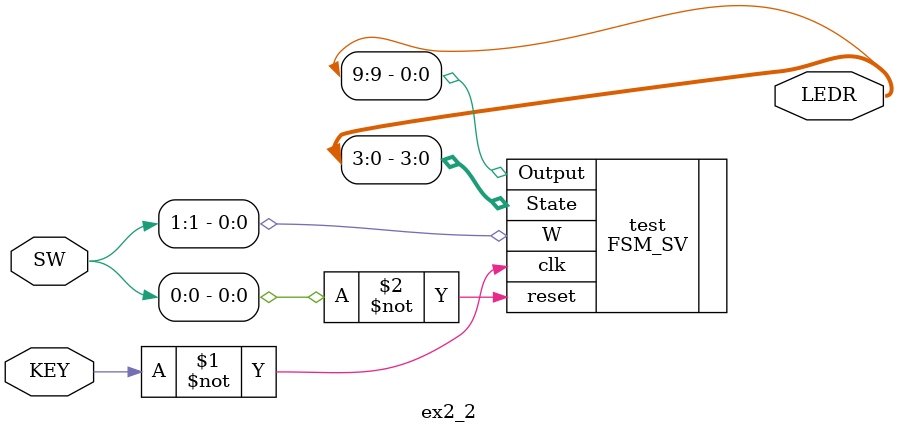
<source format=sv>
module ex2_2 (
		input  logic [0:0] KEY,
		input  logic [1:0] SW,
		output logic [9:0] LEDR
);
FSM_SV 	test(.clk(~KEY[0]), .reset(~SW[0]), .W(SW[1]), .State(LEDR[3:0]), .Output(LEDR[9]) );

endmodule
</source>
